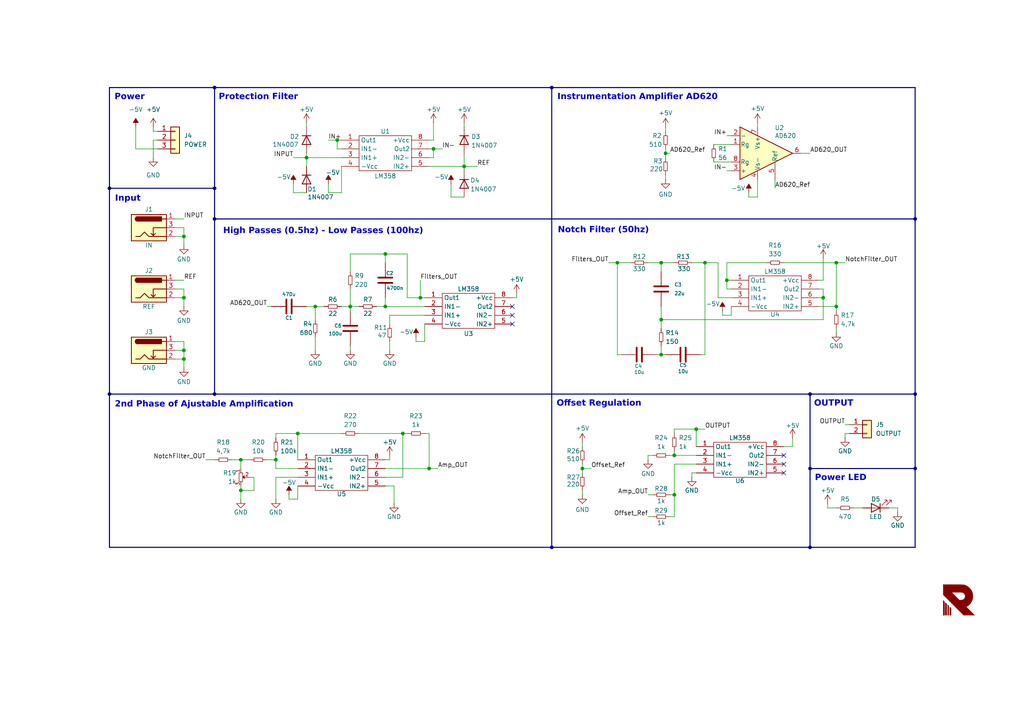
<source format=kicad_sch>
(kicad_sch (version 20231120) (generator "eeschema") (generator_version "8.0")
  (paper "A4")
  (title_block (title "Amplificador Electroencefalograma") (date "07-06-2025") (rev "v3.0") (company "E.E.S.T. N°5 \"2 de Abril\" Temperley") (comment 1 "Autor: Iván Romano") (comment 2 "Curso: 7mo 6ta") (comment 3 "Grupo: 2"))
  (lib_symbols
    (symbol "Amplifier_Instrumentation:AD620" (pin_names (offset 0.127))
      (property "Reference" "U" (at 3.81 7.62 0))
      (property "Value" "AD620" (at 5.08 5.08 0))
      (symbol "AD620_0_1"
        (polyline (pts (xy -7.62 7.62) (xy -7.62 -7.62) (xy 7.62 0) (xy -7.62 7.62)) (stroke (width 0.254)) (fill (type background)))
      )
      (symbol "AD620_1_1"
        (pin passive line (at -10.16 2.54 0) (length 2.54) (name "Rg") (number "1"))
        (pin input line (at -10.16 5.08 0) (length 2.54) (name "-") (number "2"))
        (pin input line (at -10.16 -5.08 0) (length 2.54) (name "+") (number "3"))
        (pin power_in line (at -2.54 -7.62 90) (length 2.54) (name "Vs-") (number "4"))
        (pin passive line (at 2.54 -7.62 90) (length 5.08) (name "Ref") (number "5"))
        (pin output line (at 10.16 0 180) (length 2.54) (name "~") (number "6"))
        (pin power_in line (at -2.54 7.62 270) (length 2.54) (name "Vs+") (number "7"))
        (pin passive line (at -10.16 -2.54 0) (length 2.54) (name "Rg") (number "8"))
      )
    )
    (symbol "Connector:Barrel_Jack_Switch" (pin_names hide)
      (property "Reference" "J" (at 0 5.334 0))
      (property "Value" "Barrel_Jack_Switch" (at 0 -5.08 0))
      (symbol "Barrel_Jack_Switch_0_1"
        (rectangle (start -5.08 3.81) (end 5.08 -3.81) (stroke (width 0.254)) (fill (type background)))
        (arc (start -3.302 3.175) (mid -3.9343 2.54) (end -3.302 1.905) (stroke (width 0.254)))
        (arc (start -3.302 3.175) (mid -3.9343 2.54) (end -3.302 1.905) (stroke (width 0.254)) (fill (type outline)))
        (polyline (pts (xy 1.27 -2.286) (xy 1.905 -1.651)) (stroke (width 0.254)))
        (polyline (pts (xy 5.08 2.54) (xy 3.81 2.54)) (stroke (width 0.254)))
        (polyline (pts (xy 5.08 0) (xy 1.27 0) (xy 1.27 -2.286) (xy 0.635 -1.651)) (stroke (width 0.254)))
        (polyline (pts (xy -3.81 -2.54) (xy -2.54 -2.54) (xy -1.27 -1.27) (xy 0 -2.54) (xy 2.54 -2.54) (xy 5.08 -2.54)) (stroke (width 0.254)))
        (rectangle (start 3.683 3.175) (end -3.302 1.905) (stroke (width 0.254)) (fill (type outline)))
      )
      (symbol "Barrel_Jack_Switch_1_1"
        (pin passive line (at 7.62 2.54 180) (length 2.54) (name "~") (number "1"))
        (pin passive line (at 7.62 -2.54 180) (length 2.54) (name "~") (number "2"))
        (pin passive line (at 7.62 0 180) (length 2.54) (name "~") (number "3"))
      )
    )
    (symbol "Connector_Generic:Conn_01x02" (pin_names (offset 1.016) hide)
      (property "Reference" "J" (at 0 2.54 0))
      (property "Value" "Conn_01x02" (at 0 -5.08 0))
      (symbol "Conn_01x02_1_1"
        (rectangle (start -1.27 -2.413) (end 0 -2.667) (stroke (width 0.1524)))
        (rectangle (start -1.27 0.127) (end 0 -0.127) (stroke (width 0.1524)))
        (rectangle (start -1.27 1.27) (end 1.27 -3.81) (stroke (width 0.254)) (fill (type background)))
        (pin passive line (at -5.08 0 0) (length 3.81) (name "Pin_1") (number "1"))
        (pin passive line (at -5.08 -2.54 0) (length 3.81) (name "Pin_2") (number "2"))
      )
    )
    (symbol "Connector_Generic:Conn_01x03" (pin_names (offset 1.016) hide)
      (property "Reference" "J" (at 0 5.08 0))
      (property "Value" "Conn_01x03" (at 0 -5.08 0))
      (symbol "Conn_01x03_1_1"
        (rectangle (start -1.27 -2.413) (end 0 -2.667) (stroke (width 0.1524)))
        (rectangle (start -1.27 0.127) (end 0 -0.127) (stroke (width 0.1524)))
        (rectangle (start -1.27 2.667) (end 0 2.413) (stroke (width 0.1524)))
        (rectangle (start -1.27 3.81) (end 1.27 -3.81) (stroke (width 0.254)) (fill (type background)))
        (pin passive line (at -5.08 2.54 0) (length 3.81) (name "Pin_1") (number "1"))
        (pin passive line (at -5.08 0 0) (length 3.81) (name "Pin_2") (number "2"))
        (pin passive line (at -5.08 -2.54 0) (length 3.81) (name "Pin_3") (number "3"))
      )
    )
    (symbol "Device:D" (pin_numbers hide) (pin_names (offset 1.016) hide)
      (property "Reference" "D" (at 0 2.54 0))
      (property "Value" "D" (at 0 -2.54 0))
      (symbol "D_0_1"
        (polyline (pts (xy -1.27 1.27) (xy -1.27 -1.27)) (stroke (width 0.254)))
        (polyline (pts (xy 1.27 0) (xy -1.27 0)))
        (polyline (pts (xy 1.27 1.27) (xy 1.27 -1.27) (xy -1.27 0) (xy 1.27 1.27)) (stroke (width 0.254)))
      )
      (symbol "D_1_1"
        (pin passive line (at -3.81 0 0) (length 2.54) (name "K") (number "1"))
        (pin passive line (at 3.81 0 180) (length 2.54) (name "A") (number "2"))
      )
    )
    (symbol "Device:LED" (pin_numbers hide) (pin_names (offset 1.016) hide)
      (property "Reference" "D" (at 0 2.54 0))
      (property "Value" "LED" (at 0 -2.54 0))
      (symbol "LED_0_1"
        (polyline (pts (xy -1.27 -1.27) (xy -1.27 1.27)) (stroke (width 0.254)))
        (polyline (pts (xy -1.27 0) (xy 1.27 0)))
        (polyline (pts (xy 1.27 -1.27) (xy 1.27 1.27) (xy -1.27 0) (xy 1.27 -1.27)) (stroke (width 0.254)))
        (polyline (pts (xy -3.048 -0.762) (xy -4.572 -2.286) (xy -3.81 -2.286) (xy -4.572 -2.286) (xy -4.572 -1.524)))
        (polyline (pts (xy -1.778 -0.762) (xy -3.302 -2.286) (xy -2.54 -2.286) (xy -3.302 -2.286) (xy -3.302 -1.524)))
      )
      (symbol "LED_1_1"
        (pin passive line (at -3.81 0 0) (length 2.54) (name "K") (number "1"))
        (pin passive line (at 3.81 0 180) (length 2.54) (name "A") (number "2"))
      )
    )
    (symbol "EESTN5:C" (pin_numbers hide) (pin_names (offset 0.254))
      (property "Reference" "C" (at 0 2.54 0))
      (property "Value" "C" (at 0.1524 -2.159 0))
      (symbol "C_0_1"
        (polyline (pts (xy -2.032 -0.762) (xy 2.032 -0.762)) (stroke (width 0.508)))
        (polyline (pts (xy -2.032 0.762) (xy 2.032 0.762)) (stroke (width 0.508)))
      )
      (symbol "C_1_1"
        (pin passive line (at 0 5.08 270) (length 4.318) (name "~") (number "1"))
        (pin passive line (at 0 -5.08 90) (length 4.318) (name "~") (number "2"))
      )
    )
    (symbol "EESTN5:POT" (pin_names (offset 1.016) hide)
      (property "Reference" "R" (at 0 -1.27 0))
      (property "Value" "POT" (at 0 -3.81 0))
      (symbol "POT_0_0"
        (rectangle (start -1.27 0.508) (end 1.27 -0.508))
      )
      (symbol "POT_0_1"
        (polyline (pts (xy 0 0.508) (xy -0.508 1.016) (xy 0.508 1.016)) (fill (type outline)))
      )
      (symbol "POT_1_1"
        (pin passive line (at -2.54 0 0) (length 1.27) (name "1") (number "1"))
        (pin passive line (at 0 2.54 270) (length 1.524) (name "2") (number "2"))
        (pin passive line (at 2.54 0 180) (length 1.27) (name "3") (number "3"))
      )
    )
    (symbol "EESTN5:R" (pin_numbers hide) (pin_names (offset 0))
      (property "Reference" "R" (at -1.27 0 90))
      (property "Value" "R" (at 1.27 0 90))
      (symbol "R_0_1"
        (rectangle (start 0.508 1.27) (end -0.508 -1.27))
      )
      (symbol "R_1_1"
        (pin passive line (at 0 2.54 270) (length 1.27) (name "~") (number "1"))
        (pin passive line (at 0 -2.54 90) (length 1.27) (name "~") (number "2"))
      )
    )
    (symbol "Logo_Romano:LM385"
      (property "Reference" "U" (at 0 6.35 0))
      (symbol "LM385_0_1"
        (rectangle (start -7.62 5.08) (end 7.62 -5.08))
      )
      (symbol "LM385_1_1"
        (pin passive line (at -12.7 3.81 0) (length 5.08) (name "Out1") (number "1"))
        (pin passive line (at -12.7 1.27 0) (length 5.08) (name "IN1-") (number "2"))
        (pin passive line (at -12.7 -1.27 0) (length 5.08) (name "IN1+") (number "3"))
        (pin passive line (at -12.7 -3.81 0) (length 5.08) (name "-Vcc") (number "4"))
        (pin passive line (at 12.7 -3.81 180) (length 5.08) (name "IN2+") (number "5"))
        (pin passive line (at 12.7 -1.27 180) (length 5.08) (name "IN2-") (number "6"))
        (pin passive line (at 12.7 1.27 180) (length 5.08) (name "Out2") (number "7"))
        (pin passive line (at 12.7 3.81 180) (length 5.08) (name "+Vcc") (number "8"))
      )
    )
    (symbol "Logo_Romano:LOGO" (pin_names (offset 1.016))
      (symbol "LOGO_0_0"
        (polyline (pts (xy -4.1685 -2.5003) (xy -4.1685 -0.5542) (xy -4.3615 -0.3466) (xy -4.5545 -0.139) (xy -4.556 -2.2927) (xy -4.5575 -4.4464) (xy -4.363 -4.4464) (xy -4.1685 -4.4464) (xy -4.1685 -2.5003)) (stroke (width 0.01)) (fill (type outline)))
        (polyline (pts (xy -2.9457 -3.0951) (xy -2.9457 -1.7438) (xy -3.1125 -1.5841) (xy -3.2792 -1.4243) (xy -3.2792 -2.9354) (xy -3.2792 -4.4464) (xy -3.1125 -4.4464) (xy -2.9457 -4.4464) (xy -2.9457 -3.0951)) (stroke (width 0.01)) (fill (type outline)))
        (polyline (pts (xy -2.2788 -3.4351) (xy -2.2788 -2.4238) (xy -2.4281 -2.2679) (xy -2.4559 -2.2397) (xy -2.5585 -2.1487) (xy -2.6226 -2.1121) (xy -2.6271 -2.1178) (xy -2.6401 -2.2033) (xy -2.6513 -2.3784) (xy -2.6601 -2.6269) (xy -2.6658 -2.9326) (xy -2.6678 -3.2792) (xy -2.6678 -4.4464) (xy -2.4733 -4.4464) (xy -2.2788 -4.4464) (xy -2.2788 -3.4351)) (stroke (width 0.01)) (fill (type outline)))
        (polyline (pts (xy -3.5571 -2.7894) (xy -3.5571 -1.1324) (xy -3.713 -0.9831) (xy -3.7423 -0.9556) (xy -3.8462 -0.8688) (xy -3.9075 -0.8337) (xy -3.9134 -0.8548) (xy -3.9222 -0.971) (xy -3.9301 -1.1771) (xy -3.9367 -1.4601) (xy -3.9418 -1.807) (xy -3.945 -2.2046) (xy -3.9462 -2.6401) (xy -3.9462 -4.4464) (xy -3.7516 -4.4464) (xy -3.5571 -4.4464) (xy -3.5571 -2.7894)) (stroke (width 0.01)) (fill (type outline)))
        (polyline (pts (xy 3.3482 -3.2649) (xy 3.2393 -3.1557) (xy 2.952 -2.8664) (xy 2.6953 -2.6059) (xy 2.4789 -2.384) (xy 2.3124 -2.2108) (xy 2.2054 -2.0962) (xy 2.1676 -2.05) (xy 2.1677 -2.0493) (xy 2.2143 -2.0041) (xy 2.3311 -1.9203) (xy 2.4936 -1.8155) (xy 2.8231 -1.5742) (xy 3.2013 -1.1988) (xy 3.5323 -0.7604) (xy 3.7969 -0.2856) (xy 3.9758 0.1996) (xy 4.027 0.4687) (xy 4.0577 0.8372) (xy 4.0593 1.2303) (xy 4.0317 1.6044) (xy 3.975 1.9156) (xy 3.8444 2.3152) (xy 3.6547 2.7049) (xy 3.3987 3.0721) (xy 3.0577 3.4483) (xy 2.9277 3.576) (xy 2.6714 3.8053) (xy 2.4407 3.9739) (xy 2.2087 4.1022) (xy 2.2002 4.1062) (xy 2.0464 4.1787) (xy 1.9068 4.2401) (xy 1.771 4.2913) (xy 1.6284 4.3333) (xy 1.4687 4.3669) (xy 1.2815 4.3931) (xy 1.0562 4.4128) (xy 0.7825 4.4269) (xy 0.4498 4.4364) (xy 0.0478 4.4421) (xy -0.4341 4.4451) (xy -1.0062 4.4462) (xy -1.6791 4.4464) (xy -4.5575 4.4464) (xy -4.5573 2.9596) (xy -4.5572 2.1676) (xy -2.0832 2.1676) (xy -0.5501 2.1676) (xy -0.1507 2.1674) (xy 0.2179 2.1661) (xy 0.5019 2.1626) (xy 0.7156 2.1559) (xy 0.8733 2.145) (xy 0.9891 2.1288) (xy 1.0773 2.1063) (xy 1.1522 2.0764) (xy 1.2279 2.0382) (xy 1.2801 2.0088) (xy 1.5288 1.8016) (xy 1.6978 1.5397) (xy 1.7863 1.2437) (xy 1.7931 0.9339) (xy 1.7175 0.6307) (xy 1.5585 0.3545) (xy 1.3151 0.1258) (xy 1.2908 0.1092) (xy 1.1667 0.0369) (xy 1.0362 -0.0072) (xy 0.8643 -0.0317) (xy 0.6163 -0.0452) (xy 0.139 -0.0626) (xy -0.9721 1.0525) (xy -2.0832 2.1676) (xy -4.5572 2.1676) (xy -4.5571 1.4728) (xy -1.5995 -1.4868) (xy 1.358 -4.4464) (xy 2.9434 -4.4464) (xy 4.5288 -4.4464) (xy 3.3482 -3.2649)) (stroke (width 0.01)) (fill (type outline)))
      )
    )
    (symbol "power:+5V" (power) (pin_numbers hide) (pin_names (offset 0) hide)
      (property "Value" "+5V" (at 0 3.556 0))
      (symbol "+5V_0_1"
        (polyline (pts (xy -0.762 1.27) (xy 0 2.54)))
        (polyline (pts (xy 0 0) (xy 0 2.54)))
        (polyline (pts (xy 0 2.54) (xy 0.762 1.27)))
      )
      (symbol "+5V_1_1"
        (pin power_in line (at 0 0 90) (length 0) (name "~") (number "1"))
      )
    )
    (symbol "power:-5V" (power) (pin_numbers hide) (pin_names (offset 0) hide)
      (property "Value" "-5V" (at 0 3.556 0))
      (symbol "-5V_0_0"
        (pin power_in line (at 0 0 90) (length 0) (name "~") (number "1"))
      )
      (symbol "-5V_0_1"
        (polyline (pts (xy 0 0) (xy 0 1.27) (xy 0.762 1.27) (xy 0 2.54) (xy -0.762 1.27) (xy 0 1.27)) (fill (type outline)))
      )
    )
    (symbol "power:GND" (power) (pin_numbers hide) (pin_names (offset 0) hide)
      (property "Value" "GND" (at 0 -3.81 0))
      (symbol "GND_0_1"
        (polyline (pts (xy 0 0) (xy 0 -1.27) (xy 1.27 -1.27) (xy 0 -2.54) (xy -1.27 -1.27) (xy 0 -1.27)))
      )
      (symbol "GND_1_1"
        (pin power_in line (at 0 0 270) (length 0) (name "~") (number "1"))
      )
    )
  )
  (junction (at 111.76 88.9))
  (junction (at 53.34 86.36))
  (junction (at 116.84 125.73))
  (junction (at 62.23 25.4))
  (junction (at 204.47 76.2))
  (junction (at 238.76 86.36))
  (junction (at 53.34 101.6))
  (junction (at 97.79 40.64))
  (junction (at 160.02 158.75))
  (junction (at 124.46 135.89))
  (junction (at 195.58 143.51))
  (junction (at 160.02 25.4))
  (junction (at 191.77 92.71))
  (junction (at 91.44 88.9))
  (junction (at 191.77 102.87))
  (junction (at 53.34 68.58))
  (junction (at 195.58 132.08))
  (junction (at 69.85 142.24))
  (junction (at 53.34 104.14))
  (junction (at 234.95 135.89))
  (junction (at 80.01 133.35))
  (junction (at 191.77 76.2))
  (junction (at 31.75 114.3))
  (junction (at 31.75 54.61))
  (junction (at 193.04 44.45))
  (junction (at 86.36 125.73))
  (junction (at 265.43 135.89))
  (junction (at 168.91 135.89))
  (junction (at 134.62 48.26))
  (junction (at 242.57 76.2))
  (junction (at 121.92 86.36))
  (junction (at 265.43 63.5))
  (junction (at 210.82 81.28))
  (junction (at 234.95 158.75))
  (junction (at 88.9 45.72))
  (junction (at 111.76 73.66))
  (junction (at 265.43 114.3))
  (junction (at 62.23 63.5))
  (junction (at 234.95 114.3))
  (junction (at 69.85 133.35))
  (junction (at 179.07 76.2))
  (junction (at 101.6 88.9))
  (junction (at 242.57 88.9))
  (junction (at 62.23 54.61))
  (junction (at 201.93 124.46))
  (junction (at 125.73 43.18))
  (junction (at 62.23 114.3))
  (no_connect (at 227.33 132.08))
  (no_connect (at 148.59 88.9))
  (no_connect (at 227.33 137.16))
  (no_connect (at 148.59 93.98))
  (no_connect (at 227.33 134.62))
  (no_connect (at 148.59 91.44))
  (wire (pts (xy 101.6 83.82) (xy 101.6 88.9)))
  (wire (pts (xy 80.01 127) (xy 80.01 125.73)))
  (wire (pts (xy 116.84 125.73) (xy 118.11 125.73)))
  (wire (pts (xy 114.3 140.97) (xy 111.76 140.97)))
  (wire (pts (xy 69.85 133.35) (xy 72.39 133.35)))
  (wire (pts (xy 101.6 100.33) (xy 101.6 101.6)))
  (wire (pts (xy 120.65 99.06) (xy 123.19 99.06)))
  (wire (pts (xy 124.46 45.72) (xy 125.73 45.72)))
  (wire (pts (xy 53.34 101.6) (xy 53.34 99.06)))
  (wire (pts (xy 176.53 76.2) (xy 179.07 76.2)))
  (wire (pts (xy 80.01 144.78) (xy 80.01 138.43)))
  (wire (pts (xy 53.34 83.82) (xy 50.8 83.82)))
  (wire (pts (xy 114.3 146.05) (xy 114.3 140.97)))
  (wire (pts (xy 53.34 99.06) (xy 50.8 99.06)))
  (wire (pts (xy 124.46 40.64) (xy 125.73 40.64)))
  (wire (pts (xy 50.8 63.5) (xy 53.34 63.5)))
  (wire (pts (xy 245.11 123.19) (xy 246.38 123.19)))
  (wire (pts (xy 85.09 45.72) (xy 88.9 45.72)))
  (wire (pts (xy 191.77 76.2) (xy 195.58 76.2)))
  (wire (pts (xy 180.34 102.87) (xy 179.07 102.87)))
  (wire (pts (xy 95.25 53.34) (xy 95.25 55.88)))
  (bus (pts (xy 31.75 158.75) (xy 160.02 158.75)))
  (wire (pts (xy 80.01 138.43) (xy 86.36 138.43)))
  (wire (pts (xy 210.82 81.28) (xy 210.82 76.2)))
  (wire (pts (xy 179.07 76.2) (xy 179.07 102.87)))
  (bus (pts (xy 62.23 25.4) (xy 62.23 54.61)))
  (wire (pts (xy 59.69 133.35) (xy 62.23 133.35)))
  (wire (pts (xy 193.04 36.83) (xy 193.04 38.1)))
  (wire (pts (xy 101.6 73.66) (xy 101.6 78.74)))
  (bus (pts (xy 265.43 158.75) (xy 265.43 135.89)))
  (wire (pts (xy 238.76 74.93) (xy 238.76 81.28)))
  (bus (pts (xy 31.75 114.3) (xy 31.75 158.75)))
  (wire (pts (xy 247.65 147.32) (xy 250.19 147.32)))
  (wire (pts (xy 125.73 45.72) (xy 125.73 43.18)))
  (wire (pts (xy 99.06 88.9) (xy 101.6 88.9)))
  (bus (pts (xy 160.02 25.4) (xy 265.43 25.4)))
  (bus (pts (xy 31.75 54.61) (xy 62.23 54.61)))
  (bus (pts (xy 62.23 63.5) (xy 62.23 114.3)))
  (wire (pts (xy 168.91 128.27) (xy 168.91 129.54)))
  (bus (pts (xy 31.75 25.4) (xy 62.23 25.4)))
  (wire (pts (xy 187.96 76.2) (xy 191.77 76.2)))
  (wire (pts (xy 80.01 132.08) (xy 80.01 133.35)))
  (wire (pts (xy 245.11 127) (xy 245.11 125.73)))
  (wire (pts (xy 77.47 133.35) (xy 80.01 133.35)))
  (bus (pts (xy 265.43 135.89) (xy 265.43 114.3)))
  (wire (pts (xy 168.91 142.24) (xy 168.91 143.51)))
  (wire (pts (xy 86.36 125.73) (xy 99.06 125.73)))
  (wire (pts (xy 125.73 40.64) (xy 125.73 35.56)))
  (wire (pts (xy 191.77 88.9) (xy 191.77 92.71)))
  (wire (pts (xy 50.8 104.14) (xy 53.34 104.14)))
  (bus (pts (xy 265.43 63.5) (xy 265.43 25.4)))
  (wire (pts (xy 67.31 133.35) (xy 69.85 133.35)))
  (wire (pts (xy 118.11 86.36) (xy 121.92 86.36)))
  (wire (pts (xy 210.82 83.82) (xy 210.82 81.28)))
  (wire (pts (xy 232.41 44.45) (xy 234.95 44.45)))
  (wire (pts (xy 189.23 132.08) (xy 187.96 132.08)))
  (wire (pts (xy 229.87 129.54) (xy 227.33 129.54)))
  (wire (pts (xy 111.76 73.66) (xy 118.11 73.66)))
  (wire (pts (xy 44.45 36.83) (xy 44.45 38.1)))
  (wire (pts (xy 210.82 76.2) (xy 222.25 76.2)))
  (wire (pts (xy 124.46 135.89) (xy 127 135.89)))
  (wire (pts (xy 210.82 39.37) (xy 212.09 39.37)))
  (wire (pts (xy 123.19 125.73) (xy 124.46 125.73)))
  (wire (pts (xy 242.57 88.9) (xy 242.57 90.17)))
  (wire (pts (xy 210.82 81.28) (xy 212.09 81.28)))
  (wire (pts (xy 134.62 44.45) (xy 134.62 48.26)))
  (wire (pts (xy 124.46 125.73) (xy 124.46 135.89)))
  (wire (pts (xy 50.8 101.6) (xy 53.34 101.6)))
  (wire (pts (xy 91.44 88.9) (xy 91.44 92.71)))
  (wire (pts (xy 44.45 40.64) (xy 45.72 40.64)))
  (wire (pts (xy 201.93 124.46) (xy 201.93 129.54)))
  (wire (pts (xy 121.92 86.36) (xy 123.19 86.36)))
  (wire (pts (xy 101.6 73.66) (xy 111.76 73.66)))
  (wire (pts (xy 134.62 48.26) (xy 138.43 48.26)))
  (wire (pts (xy 130.81 57.15) (xy 134.62 57.15)))
  (wire (pts (xy 80.01 133.35) (xy 80.01 135.89)))
  (wire (pts (xy 86.36 144.78) (xy 86.36 140.97)))
  (wire (pts (xy 237.49 86.36) (xy 238.76 86.36)))
  (wire (pts (xy 149.86 86.36) (xy 148.59 86.36)))
  (wire (pts (xy 53.34 106.68) (xy 53.34 104.14)))
  (wire (pts (xy 53.34 104.14) (xy 53.34 101.6)))
  (wire (pts (xy 130.81 53.34) (xy 130.81 57.15)))
  (wire (pts (xy 95.25 40.64) (xy 97.79 40.64)))
  (wire (pts (xy 194.31 132.08) (xy 195.58 132.08)))
  (wire (pts (xy 53.34 66.04) (xy 50.8 66.04)))
  (wire (pts (xy 53.34 88.9) (xy 53.34 86.36)))
  (wire (pts (xy 242.57 95.25) (xy 242.57 96.52)))
  (wire (pts (xy 195.58 125.73) (xy 195.58 124.46)))
  (wire (pts (xy 88.9 44.45) (xy 88.9 45.72)))
  (wire (pts (xy 190.5 102.87) (xy 191.77 102.87)))
  (bus (pts (xy 62.23 54.61) (xy 62.23 63.5)))
  (wire (pts (xy 91.44 88.9) (xy 93.98 88.9)))
  (wire (pts (xy 200.66 76.2) (xy 204.47 76.2)))
  (wire (pts (xy 193.04 50.8) (xy 193.04 52.07)))
  (wire (pts (xy 111.76 86.36) (xy 111.76 88.9)))
  (wire (pts (xy 242.57 76.2) (xy 242.57 88.9)))
  (wire (pts (xy 217.17 55.88) (xy 217.17 57.15)))
  (wire (pts (xy 116.84 125.73) (xy 116.84 138.43)))
  (wire (pts (xy 240.03 147.32) (xy 242.57 147.32)))
  (wire (pts (xy 39.37 36.83) (xy 39.37 43.18)))
  (bus (pts (xy 160.02 25.4) (xy 160.02 158.75)))
  (wire (pts (xy 97.79 43.18) (xy 97.79 40.64)))
  (bus (pts (xy 160.02 158.75) (xy 234.95 158.75)))
  (wire (pts (xy 111.76 73.66) (xy 111.76 76.2)))
  (wire (pts (xy 212.09 83.82) (xy 210.82 83.82)))
  (wire (pts (xy 88.9 88.9) (xy 91.44 88.9)))
  (wire (pts (xy 83.82 144.78) (xy 86.36 144.78)))
  (wire (pts (xy 123.19 99.06) (xy 123.19 93.98)))
  (bus (pts (xy 234.95 135.89) (xy 234.95 158.75)))
  (wire (pts (xy 191.77 100.33) (xy 191.77 102.87)))
  (wire (pts (xy 187.96 143.51) (xy 189.23 143.51)))
  (wire (pts (xy 194.31 143.51) (xy 195.58 143.51)))
  (wire (pts (xy 104.14 88.9) (xy 101.6 88.9)))
  (wire (pts (xy 191.77 92.71) (xy 238.76 92.71)))
  (wire (pts (xy 50.8 86.36) (xy 53.34 86.36)))
  (wire (pts (xy 260.35 147.32) (xy 260.35 148.59)))
  (wire (pts (xy 201.93 124.46) (xy 204.47 124.46)))
  (wire (pts (xy 149.86 85.09) (xy 149.86 86.36)))
  (wire (pts (xy 85.09 55.88) (xy 88.9 55.88)))
  (wire (pts (xy 80.01 135.89) (xy 86.36 135.89)))
  (bus (pts (xy 234.95 114.3) (xy 265.43 114.3)))
  (wire (pts (xy 77.47 88.9) (xy 78.74 88.9)))
  (wire (pts (xy 124.46 135.89) (xy 111.76 135.89)))
  (wire (pts (xy 195.58 134.62) (xy 201.93 134.62)))
  (wire (pts (xy 113.03 133.35) (xy 111.76 133.35)))
  (wire (pts (xy 224.79 52.07) (xy 224.79 54.61)))
  (wire (pts (xy 195.58 143.51) (xy 195.58 134.62)))
  (wire (pts (xy 50.8 68.58) (xy 53.34 68.58)))
  (wire (pts (xy 237.49 88.9) (xy 242.57 88.9)))
  (bus (pts (xy 234.95 135.89) (xy 265.43 135.89)))
  (wire (pts (xy 109.22 88.9) (xy 111.76 88.9)))
  (bus (pts (xy 62.23 25.4) (xy 160.02 25.4)))
  (wire (pts (xy 95.25 55.88) (xy 99.06 55.88)))
  (bus (pts (xy 234.95 114.3) (xy 234.95 135.89)))
  (bus (pts (xy 234.95 158.75) (xy 265.43 158.75)))
  (bus (pts (xy 31.75 25.4) (xy 31.75 54.61)))
  (bus (pts (xy 62.23 114.3) (xy 234.95 114.3)))
  (wire (pts (xy 245.11 125.73) (xy 246.38 125.73)))
  (wire (pts (xy 73.66 142.24) (xy 69.85 142.24)))
  (wire (pts (xy 39.37 43.18) (xy 45.72 43.18)))
  (wire (pts (xy 113.03 91.44) (xy 123.19 91.44)))
  (wire (pts (xy 50.8 81.28) (xy 53.34 81.28)))
  (wire (pts (xy 191.77 102.87) (xy 193.04 102.87)))
  (wire (pts (xy 168.91 134.62) (xy 168.91 135.89)))
  (wire (pts (xy 99.06 43.18) (xy 97.79 43.18)))
  (wire (pts (xy 193.04 44.45) (xy 193.04 45.72)))
  (wire (pts (xy 240.03 146.05) (xy 240.03 147.32)))
  (wire (pts (xy 73.66 138.43) (xy 73.66 142.24)))
  (wire (pts (xy 204.47 76.2) (xy 204.47 102.87)))
  (wire (pts (xy 124.46 48.26) (xy 134.62 48.26)))
  (wire (pts (xy 212.09 91.44) (xy 212.09 88.9)))
  (wire (pts (xy 209.55 91.44) (xy 212.09 91.44)))
  (wire (pts (xy 88.9 45.72) (xy 88.9 48.26)))
  (bus (pts (xy 31.75 54.61) (xy 31.75 114.3)))
  (wire (pts (xy 219.71 57.15) (xy 219.71 52.07)))
  (bus (pts (xy 265.43 114.3) (xy 265.43 63.5)))
  (wire (pts (xy 44.45 45.72) (xy 44.45 40.64)))
  (wire (pts (xy 120.65 97.79) (xy 120.65 99.06)))
  (wire (pts (xy 237.49 83.82) (xy 238.76 83.82)))
  (wire (pts (xy 124.46 43.18) (xy 125.73 43.18)))
  (wire (pts (xy 113.03 99.06) (xy 113.03 101.6)))
  (wire (pts (xy 101.6 88.9) (xy 101.6 90.17)))
  (wire (pts (xy 191.77 76.2) (xy 191.77 78.74)))
  (wire (pts (xy 191.77 95.25) (xy 191.77 92.71)))
  (wire (pts (xy 69.85 140.97) (xy 69.85 142.24)))
  (wire (pts (xy 193.04 43.18) (xy 193.04 44.45)))
  (wire (pts (xy 104.14 125.73) (xy 116.84 125.73)))
  (wire (pts (xy 194.31 149.86) (xy 195.58 149.86)))
  (wire (pts (xy 210.82 49.53) (xy 212.09 49.53)))
  (wire (pts (xy 168.91 135.89) (xy 168.91 137.16)))
  (wire (pts (xy 217.17 57.15) (xy 219.71 57.15)))
  (wire (pts (xy 227.33 76.2) (xy 242.57 76.2)))
  (wire (pts (xy 195.58 132.08) (xy 201.93 132.08)))
  (wire (pts (xy 121.92 81.28) (xy 121.92 86.36)))
  (bus (pts (xy 31.75 114.3) (xy 62.23 114.3)))
  (wire (pts (xy 168.91 135.89) (xy 171.45 135.89)))
  (wire (pts (xy 193.04 44.45) (xy 194.31 44.45)))
  (wire (pts (xy 91.44 97.79) (xy 91.44 101.6)))
  (wire (pts (xy 203.2 102.87) (xy 204.47 102.87)))
  (wire (pts (xy 229.87 127) (xy 229.87 129.54)))
  (wire (pts (xy 187.96 149.86) (xy 189.23 149.86)))
  (wire (pts (xy 111.76 88.9) (xy 123.19 88.9)))
  (wire (pts (xy 238.76 92.71) (xy 238.76 86.36)))
  (wire (pts (xy 195.58 130.81) (xy 195.58 132.08)))
  (wire (pts (xy 86.36 125.73) (xy 86.36 133.35)))
  (wire (pts (xy 113.03 93.98) (xy 113.03 91.44)))
  (wire (pts (xy 118.11 73.66) (xy 118.11 86.36)))
  (wire (pts (xy 187.96 132.08) (xy 187.96 133.35)))
  (wire (pts (xy 88.9 45.72) (xy 99.06 45.72)))
  (wire (pts (xy 195.58 143.51) (xy 195.58 149.86)))
  (wire (pts (xy 257.81 147.32) (xy 260.35 147.32)))
  (wire (pts (xy 83.82 143.51) (xy 83.82 144.78)))
  (wire (pts (xy 219.71 35.56) (xy 219.71 36.83)))
  (wire (pts (xy 179.07 76.2) (xy 182.88 76.2)))
  (wire (pts (xy 99.06 55.88) (xy 99.06 48.26)))
  (wire (pts (xy 88.9 35.56) (xy 88.9 36.83)))
  (wire (pts (xy 207.01 41.91) (xy 212.09 41.91)))
  (wire (pts (xy 209.55 90.17) (xy 209.55 91.44)))
  (wire (pts (xy 195.58 124.46) (xy 201.93 124.46)))
  (wire (pts (xy 80.01 125.73) (xy 86.36 125.73)))
  (wire (pts (xy 53.34 71.12) (xy 53.34 68.58)))
  (wire (pts (xy 208.28 86.36) (xy 212.09 86.36)))
  (wire (pts (xy 113.03 132.08) (xy 113.03 133.35)))
  (wire (pts (xy 53.34 68.58) (xy 53.34 66.04)))
  (wire (pts (xy 134.62 48.26) (xy 134.62 49.53)))
  (wire (pts (xy 85.09 53.34) (xy 85.09 55.88)))
  (wire (pts (xy 204.47 76.2) (xy 208.28 76.2)))
  (wire (pts (xy 207.01 46.99) (xy 212.09 46.99)))
  (wire (pts (xy 208.28 76.2) (xy 208.28 86.36)))
  (wire (pts (xy 238.76 81.28) (xy 237.49 81.28)))
  (wire (pts (xy 69.85 142.24) (xy 69.85 144.78)))
  (wire (pts (xy 242.57 76.2) (xy 245.11 76.2)))
  (wire (pts (xy 200.66 137.16) (xy 201.93 137.16)))
  (wire (pts (xy 69.85 133.35) (xy 69.85 135.89)))
  (wire (pts (xy 238.76 86.36) (xy 238.76 83.82)))
  (wire (pts (xy 116.84 138.43) (xy 111.76 138.43)))
  (wire (pts (xy 200.66 138.43) (xy 200.66 137.16)))
  (wire (pts (xy 134.62 35.56) (xy 134.62 36.83)))
  (bus (pts (xy 62.23 63.5) (xy 265.43 63.5)))
  (wire (pts (xy 125.73 43.18) (xy 128.27 43.18)))
  (wire (pts (xy 44.45 38.1) (xy 45.72 38.1)))
  (wire (pts (xy 72.39 138.43) (xy 73.66 138.43)))
  (wire (pts (xy 97.79 40.64) (xy 99.06 40.64)))
  (wire (pts (xy 53.34 86.36) (xy 53.34 83.82)))
  (text "Offset Regulation" (at 173.736 117.602 0) (effects (font (size 1.778 1.778) (thickness 0.254) (bold yes))))
  (text "OUTPUT" (at 241.808 117.602 0) (effects (font (size 1.778 1.778) (thickness 0.254) (bold yes))))
  (text "2nd Phase of Ajustable Amplification" (at 59.182 117.856 0) (effects (font (size 1.778 1.778) (thickness 0.254) (bold yes))))
  (text "Power LED" (at 243.84 139.192 0) (effects (font (size 1.778 1.778) (bold yes))))
  (text "High Passes (0.5hz) - Low Passes (100hz)" (at 93.726 67.564 0) (effects (font (size 1.778 1.778) (thickness 0.254) (bold yes))))
  (text "Instrumentation Amplifier AD620\n" (at 184.912 28.702 0) (effects (font (size 1.778 1.778) (thickness 0.254) (bold yes))))
  (text "Protection Filter" (at 74.93 28.702 0) (effects (font (size 1.778 1.778) (bold yes))))
  (text "Power" (at 37.592 28.702 0) (effects (font (size 1.778 1.778) (bold yes))))
  (text "Notch Filter (50hz)" (at 175.006 67.31 0) (effects (font (size 1.778 1.778) (thickness 0.254) (bold yes))))
  (text "Input" (at 37.084 58.166 0) (effects (font (size 1.778 1.778) (bold yes))))
  (label "Filters_OUT" (at 176.53 76.2 180))
  (label "IN+" (at 95.25 40.64 0))
  (label "NotchFilter_OUT" (at 245.11 76.2 0))
  (label "OUTPUT" (at 245.11 123.19 180))
  (label "IN+" (at 210.82 39.37 180))
  (label "NotchFilter_OUT" (at 59.69 133.35 180))
  (label "INPUT" (at 85.09 45.72 180))
  (label "IN-" (at 128.27 43.18 0))
  (label "Filters_OUT" (at 121.92 81.28 0))
  (label "AD620_OUT" (at 77.47 88.9 180))
  (label "Offset_Ref" (at 171.45 135.89 0))
  (label "REF" (at 53.34 81.28 0))
  (label "Offset_Ref" (at 187.96 149.86 180))
  (label "Amp_OUT" (at 127 135.89 0))
  (label "REF" (at 138.43 48.26 0))
  (label "Amp_OUT" (at 187.96 143.51 180))
  (label "IN-" (at 210.82 49.53 180))
  (label "AD620_OUT" (at 234.95 44.45 0))
  (label "INPUT" (at 53.34 63.5 0))
  (label "OUTPUT" (at 204.47 124.46 0))
  (label "AD620_Ref" (at 194.31 44.45 0))
  (label "AD620_Ref" (at 224.79 54.61 0))
  (symbol (lib_id "Device:D") (at 88.9 52.07 270) (unit 1)
    (property "Reference" "D1" (at 89.154 54.864 90) (effects (justify left)))
    (property "Value" "1N4007" (at 89.154 57.15 90) (effects (justify left)))
    (property "Footprint" "EESTN5:DO-41" (effects (hide yes)))
    (property "Description" "Diode" (effects (hide yes)))
    (property "Sim.Device" "D" (effects (hide yes)))
    (property "Sim.Pins" "1=K 2=A" (effects (hide yes)))
  )
  (symbol (lib_id "power:+5V") (at 219.71 35.56 0) (unit 1)
    (property "Reference" "#PWR013" (effects (hide yes)))
    (property "Value" "+5V" (at 219.71 31.496 0))
    (property "Description" "Power symbol creates a global label with name \"+5V\"" (effects (hide yes)))
  )
  (symbol (lib_id "Logo_Romano:LM385") (at 111.76 44.45 0) (unit 1)
    (property "Reference" "U1" (at 111.76 38.1 0))
    (property "Value" "LM358" (at 111.76 51.054 0))
    (property "Footprint" "EESTN5:SSOP-8" (effects (hide yes)))
  )
  (symbol (lib_id "power:+5V") (at 134.62 35.56 0) (unit 1)
    (property "Reference" "#PWR010" (effects (hide yes)))
    (property "Value" "+5V" (at 134.62 31.75 0))
    (property "Description" "Power symbol creates a global label with name \"+5V\"" (effects (hide yes)))
  )
  (symbol (lib_id "EESTN5:R") (at 193.04 40.64 0) (unit 1)
    (property "Reference" "R2" (at 189.23 39.37 0) (effects (justify left)))
    (property "Value" "510" (at 188.214 41.91 0) (effects (justify left)))
    (property "Footprint" "EESTN5:R_0805" (effects (hide yes)))
    (property "Description" "Resistor" (effects (hide yes)))
  )
  (symbol (lib_id "EESTN5:R") (at 191.77 143.51 90) (unit 1)
    (property "Reference" "R28" (at 191.77 141.732 90))
    (property "Value" "1k" (at 191.77 145.288 90))
    (property "Footprint" "EESTN5:R_0805" (effects (hide yes)))
    (property "Description" "Resistor" (effects (hide yes)))
  )
  (symbol (lib_id "power:-5V") (at 39.37 36.83 0) (unit 1)
    (property "Reference" "#PWR05" (effects (hide yes)))
    (property "Value" "-5V" (at 39.37 31.75 0))
    (property "Description" "Power symbol creates a global label with name \"-5V\"" (effects (hide yes)))
  )
  (symbol (lib_id "power:GND") (at 113.03 101.6 0) (unit 1)
    (property "Reference" "#PWR020" (effects (hide yes)))
    (property "Value" "GND" (at 113.03 105.41 0))
    (property "Description" "Power symbol creates a global label with name \"GND\" , ground" (effects (hide yes)))
  )
  (symbol (lib_id "EESTN5:R") (at 224.79 76.2 90) (unit 1)
    (property "Reference" "R16" (at 224.79 71.12 90))
    (property "Value" "330" (at 224.79 73.66 90))
    (property "Footprint" "EESTN5:R_0805" (effects (hide yes)))
    (property "Description" "Resistor" (effects (hide yes)))
  )
  (symbol (lib_id "Connector_Generic:Conn_01x03") (at 50.8 40.64 0) (unit 1)
    (property "Reference" "J4" (at 53.34 39.3699 0) (effects (justify left)))
    (property "Value" "POWER" (at 53.34 41.9099 0) (effects (justify left)))
    (property "Footprint" "Connector_Molex:Molex_KK-254_AE-6410-03A_1x03_P2.54mm_Vertical" (effects (hide yes)))
    (property "Description" "Generic connector, single row, 01x03, script generated (kicad-library-utils/schlib/autogen/connector/)" (effects (hide yes)))
  )
  (symbol (lib_id "Device:LED") (at 254 147.32 180) (unit 1)
    (property "Reference" "D5" (at 254 144.78 0))
    (property "Value" "LED" (at 254 149.86 0))
    (property "Footprint" "EESTN5:Led_0805" (effects (hide yes)))
    (property "Description" "Light emitting diode" (effects (hide yes)))
  )
  (symbol (lib_id "EESTN5:C") (at 101.6 95.25 0) (unit 1)
    (property "Reference" "C6" (at 98.044 94.488 0) (effects (font (size 1.016 1.016))))
    (property "Value" "100u" (at 97.282 96.774 0) (effects (font (size 1.016 1.016))))
    (property "Footprint" "EESTN5:C_0805" (effects (hide yes)))
  )
  (symbol (lib_id "power:GND") (at 53.34 106.68 0) (unit 1)
    (property "Reference" "#PWR01" (effects (hide yes)))
    (property "Value" "GND" (at 53.34 110.744 0))
    (property "Description" "Power symbol creates a global label with name \"GND\" , ground" (effects (hide yes)))
  )
  (symbol (lib_id "EESTN5:R") (at 113.03 96.52 180) (unit 1)
    (property "Reference" "R11" (at 108.458 94.996 0) (effects (justify right)))
    (property "Value" "47" (at 109.474 97.282 0) (effects (justify right)))
    (property "Footprint" "EESTN5:R_0805" (effects (hide yes)))
    (property "Description" "Resistor" (effects (hide yes)))
  )
  (symbol (lib_id "power:GND") (at 200.66 138.43 0) (unit 1)
    (property "Reference" "#PWR032" (effects (hide yes)))
    (property "Value" "GND" (at 200.66 142.24 0))
    (property "Description" "Power symbol creates a global label with name \"GND\" , ground" (effects (hide yes)))
  )
  (symbol (lib_id "EESTN5:R") (at 191.77 132.08 90) (unit 1)
    (property "Reference" "R24" (at 191.77 127 90))
    (property "Value" "1k" (at 191.77 129.54 90))
    (property "Footprint" "EESTN5:R_0805" (effects (hide yes)))
    (property "Description" "Resistor" (effects (hide yes)))
  )
  (symbol (lib_id "EESTN5:R") (at 96.52 88.9 90) (unit 1)
    (property "Reference" "R6" (at 96.52 86.868 90))
    (property "Value" "22" (at 96.52 90.932 90))
    (property "Footprint" "EESTN5:R_0805" (effects (hide yes)))
    (property "Description" "Resistor" (effects (hide yes)))
  )
  (symbol (lib_id "EESTN5:R") (at 64.77 133.35 90) (unit 1)
    (property "Reference" "R18" (at 64.77 128.27 90))
    (property "Value" "4,7k" (at 64.77 130.81 90))
    (property "Footprint" "EESTN5:R_0805" (effects (hide yes)))
    (property "Description" "Resistor" (effects (hide yes)))
  )
  (symbol (lib_id "EESTN5:R") (at 168.91 139.7 0) (unit 1)
    (property "Reference" "R27" (at 164.338 138.43 0) (effects (justify left)))
    (property "Value" "220" (at 164.338 140.462 0) (effects (justify left)))
    (property "Footprint" "EESTN5:R_0805" (effects (hide yes)))
    (property "Description" "Resistor" (effects (hide yes)))
  )
  (symbol (lib_id "EESTN5:R") (at 191.77 97.79 0) (unit 1)
    (property "Reference" "R14" (at 193.04 96.5199 0) (effects (justify left)))
    (property "Value" "150" (at 193.04 99.0599 0) (effects (justify left)))
    (property "Footprint" "EESTN5:R_0805" (effects (hide yes)))
    (property "Description" "Resistor" (effects (hide yes)))
  )
  (symbol (lib_id "Connector:Barrel_Jack_Switch") (at 43.18 101.6 0) (unit 1)
    (property "Reference" "J3" (at 43.18 96.266 0))
    (property "Value" "GND" (at 43.18 106.68 0))
    (property "Footprint" "Connector_BarrelJack:BarrelJack_Horizontal" (effects (hide yes)))
    (property "Description" "DC Barrel Jack with an internal switch" (effects (hide yes)))
  )
  (symbol (lib_id "Device:D") (at 134.62 40.64 270) (unit 1)
    (property "Reference" "D3" (at 136.652 39.624 90) (effects (justify left)))
    (property "Value" "1N4007" (at 136.652 42.164 90) (effects (justify left)))
    (property "Footprint" "EESTN5:DO-41" (effects (hide yes)))
    (property "Description" "Diode" (effects (hide yes)))
    (property "Sim.Device" "D" (effects (hide yes)))
    (property "Sim.Pins" "1=K 2=A" (effects (hide yes)))
  )
  (symbol (lib_id "EESTN5:R") (at 245.11 147.32 90) (unit 1)
    (property "Reference" "R5" (at 245.11 144.78 90))
    (property "Value" "470" (at 245.11 149.86 90))
    (property "Footprint" "EESTN5:R_0805" (effects (hide yes)))
    (property "Description" "Resistor" (effects (hide yes)))
  )
  (symbol (lib_id "EESTN5:R") (at 193.04 48.26 0) (unit 1)
    (property "Reference" "R3" (at 189.484 46.736 0) (effects (justify left)))
    (property "Value" "220" (at 188.468 49.022 0) (effects (justify left)))
    (property "Footprint" "EESTN5:R_0805" (effects (hide yes)))
    (property "Description" "Resistor" (effects (hide yes)))
  )
  (symbol (lib_id "power:GND") (at 168.91 143.51 0) (unit 1)
    (property "Reference" "#PWR031" (effects (hide yes)))
    (property "Value" "GND" (at 168.91 147.828 0))
    (property "Description" "Power symbol creates a global label with name \"GND\" , ground" (effects (hide yes)))
  )
  (symbol (lib_id "EESTN5:C") (at 198.12 102.87 90) (unit 1)
    (property "Reference" "C5" (at 198.12 105.918 90) (effects (font (size 1.016 1.016))))
    (property "Value" "10u" (at 198.12 107.696 90) (effects (font (size 1.016 1.016))))
    (property "Footprint" "EESTN5:CAP_ELEC_5x11mm" (effects (hide yes)))
  )
  (symbol (lib_id "power:GND") (at 101.6 101.6 0) (unit 1)
    (property "Reference" "#PWR035" (effects (hide yes)))
    (property "Value" "GND" (at 101.6 105.41 0))
    (property "Description" "Power symbol creates a global label with name \"GND\" , ground" (effects (hide yes)))
  )
  (symbol (lib_id "EESTN5:R") (at 191.77 149.86 270) (unit 1)
    (property "Reference" "R29" (at 191.77 148.082 90))
    (property "Value" "1k" (at 191.77 151.638 90))
    (property "Footprint" "EESTN5:R_0805" (effects (hide yes)))
    (property "Description" "Resistor" (effects (hide yes)))
  )
  (symbol (lib_id "Logo_Romano:LOGO") (at 278.13 173.99 0) (unit 1)
    (property "Reference" "#G1" (effects (hide yes)))
    (property "Value" "LOGO" (effects (hide yes)))
  )
  (symbol (lib_id "EESTN5:R") (at 106.68 88.9 90) (unit 1)
    (property "Reference" "R7" (at 106.68 86.868 90))
    (property "Value" "22" (at 106.68 90.932 90))
    (property "Footprint" "EESTN5:R_0805" (effects (hide yes)))
    (property "Description" "Resistor" (effects (hide yes)))
  )
  (symbol (lib_id "power:+5V") (at 149.86 85.09 0) (unit 1)
    (property "Reference" "#PWR018" (effects (hide yes)))
    (property "Value" "+5V" (at 149.86 81.026 0))
    (property "Description" "Power symbol creates a global label with name \"+5V\"" (effects (hide yes)))
  )
  (symbol (lib_id "power:GND") (at 114.3 146.05 0) (unit 1)
    (property "Reference" "#PWR026" (effects (hide yes)))
    (property "Value" "GND" (at 114.3 149.86 0))
    (property "Description" "Power symbol creates a global label with name \"GND\" , ground" (effects (hide yes)))
  )
  (symbol (lib_id "power:+5V") (at 168.91 128.27 0) (unit 1)
    (property "Reference" "#PWR030" (effects (hide yes)))
    (property "Value" "+5V" (at 168.91 124.206 0))
    (property "Description" "Power symbol creates a global label with name \"+5V\"" (effects (hide yes)))
  )
  (symbol (lib_id "EESTN5:POT") (at 69.85 138.43 270) (unit 1)
    (property "Reference" "R19" (at 68.58 137.1599 90) (effects (justify right)))
    (property "Value" "1k" (at 68.58 139.6999 90) (effects (justify right)))
    (property "Footprint" "Logo Romano:Potenciometer_Trimpot" (effects (hide yes)))
    (property "Description" "Trimmer" (effects (hide yes)))
  )
  (symbol (lib_id "EESTN5:R") (at 242.57 92.71 180) (unit 1)
    (property "Reference" "R17" (at 243.84 91.4399 0) (effects (justify right)))
    (property "Value" "4,7k" (at 243.84 93.9799 0) (effects (justify right)))
    (property "Footprint" "EESTN5:R_0805" (effects (hide yes)))
    (property "Description" "Resistor" (effects (hide yes)))
  )
  (symbol (lib_id "EESTN5:C") (at 191.77 83.82 0) (unit 1)
    (property "Reference" "C3" (at 195.58 82.5499 0) (effects (font (size 1.016 1.016)) (justify left)))
    (property "Value" "22u" (at 195.58 85.0899 0) (effects (font (size 1.016 1.016)) (justify left)))
    (property "Footprint" "EESTN5:CAP_ELEC_5x11mm" (effects (hide yes)))
  )
  (symbol (lib_id "power:+5V") (at 240.03 146.05 0) (unit 1)
    (property "Reference" "#PWR037" (effects (hide yes)))
    (property "Value" "+5V" (at 240.03 142.24 0))
    (property "Description" "Power symbol creates a global label with name \"+5V\"" (effects (hide yes)))
  )
  (symbol (lib_id "Logo_Romano:LM385") (at 135.89 90.17 0) (unit 1)
    (property "Reference" "U3" (at 135.89 96.774 0))
    (property "Value" "LM358" (at 135.89 83.82 0))
    (property "Footprint" "EESTN5:SSOP-8" (effects (hide yes)))
  )
  (symbol (lib_id "Connector:Barrel_Jack_Switch") (at 43.18 83.82 0) (unit 1)
    (property "Reference" "J2" (at 43.18 78.486 0))
    (property "Value" "REF" (at 43.18 88.9 0))
    (property "Footprint" "Connector_BarrelJack:BarrelJack_Horizontal" (effects (hide yes)))
    (property "Description" "DC Barrel Jack with an internal switch" (effects (hide yes)))
  )
  (symbol (lib_id "EESTN5:C") (at 185.42 102.87 90) (unit 1)
    (property "Reference" "C4" (at 185.166 106.172 90) (effects (font (size 1.016 1.016))))
    (property "Value" "10u" (at 185.42 107.95 90) (effects (font (size 1.016 1.016))))
    (property "Footprint" "EESTN5:CAP_ELEC_5x11mm" (effects (hide yes)))
  )
  (symbol (lib_id "power:GND") (at 44.45 45.72 0) (unit 1)
    (property "Reference" "#PWR06" (effects (hide yes)))
    (property "Value" "GND" (at 44.45 50.8 0))
    (property "Description" "Power symbol creates a global label with name \"GND\" , ground" (effects (hide yes)))
  )
  (symbol (lib_id "power:-5V") (at 120.65 97.79 0) (unit 1)
    (property "Reference" "#PWR019" (effects (hide yes)))
    (property "Value" "-5V" (at 117.856 96.266 0))
    (property "Description" "Power symbol creates a global label with name \"-5V\"" (effects (hide yes)))
  )
  (symbol (lib_id "EESTN5:R") (at 185.42 76.2 90) (unit 1)
    (property "Reference" "R12" (at 185.42 74.422 90))
    (property "Value" "330" (at 185.42 77.978 90))
    (property "Footprint" "EESTN5:R_0805" (effects (hide yes)))
    (property "Description" "Resistor" (effects (hide yes)))
  )
  (symbol (lib_id "power:GND") (at 187.96 133.35 0) (unit 1)
    (property "Reference" "#PWR029" (effects (hide yes)))
    (property "Value" "GND" (at 187.96 137.414 0))
    (property "Description" "Power symbol creates a global label with name \"GND\" , ground" (effects (hide yes)))
  )
  (symbol (lib_id "EESTN5:R") (at 74.93 133.35 90) (unit 1)
    (property "Reference" "R20" (at 74.93 128.27 90))
    (property "Value" "10k" (at 74.93 130.81 90))
    (property "Footprint" "EESTN5:R_0805" (effects (hide yes)))
    (property "Description" "Resistor" (effects (hide yes)))
  )
  (symbol (lib_id "Connector_Generic:Conn_01x02") (at 251.46 123.19 0) (unit 1)
    (property "Reference" "J5" (at 254 123.1899 0) (effects (justify left)))
    (property "Value" "OUTPUT" (at 254 125.7299 0) (effects (justify left)))
    (property "Footprint" "Connector_Molex:Molex_KK-254_AE-6410-02A_1x02_P2.54mm_Vertical" (effects (hide yes)))
    (property "Description" "Generic connector, single row, 01x02, script generated (kicad-library-utils/schlib/autogen/connector/)" (effects (hide yes)))
  )
  (symbol (lib_id "power:+5V") (at 125.73 35.56 0) (unit 1)
    (property "Reference" "#PWR011" (effects (hide yes)))
    (property "Value" "+5V" (at 125.73 31.75 0))
    (property "Description" "Power symbol creates a global label with name \"+5V\"" (effects (hide yes)))
  )
  (symbol (lib_id "power:-5V") (at 85.09 53.34 0) (unit 1)
    (property "Reference" "#PWR08" (effects (hide yes)))
    (property "Value" "-5V" (at 82.296 51.308 0))
    (property "Description" "Power symbol creates a global label with name \"-5V\"" (effects (hide yes)))
  )
  (symbol (lib_id "EESTN5:R") (at 168.91 132.08 0) (unit 1)
    (property "Reference" "R26" (at 164.338 130.81 0) (effects (justify left)))
    (property "Value" "510" (at 164.338 133.096 0) (effects (justify left)))
    (property "Footprint" "EESTN5:R_0805" (effects (hide yes)))
    (property "Description" "Resistor" (effects (hide yes)))
  )
  (symbol (lib_id "power:GND") (at 69.85 144.78 0) (unit 1)
    (property "Reference" "#PWR024" (effects (hide yes)))
    (property "Value" "GND" (at 69.85 148.59 0))
    (property "Description" "Power symbol creates a global label with name \"GND\" , ground" (effects (hide yes)))
  )
  (symbol (lib_id "power:+5V") (at 193.04 36.83 0) (unit 1)
    (property "Reference" "#PWR015" (effects (hide yes)))
    (property "Value" "+5V" (at 193.04 32.766 0))
    (property "Description" "Power symbol creates a global label with name \"+5V\"" (effects (hide yes)))
  )
  (symbol (lib_id "EESTN5:R") (at 91.44 95.25 0) (unit 1)
    (property "Reference" "R4" (at 87.884 93.98 0) (effects (justify left)))
    (property "Value" "680" (at 86.868 96.52 0) (effects (justify left)))
    (property "Footprint" "EESTN5:R_0805" (effects (hide yes)))
    (property "Description" "Resistor" (effects (hide yes)))
  )
  (symbol (lib_id "Device:D") (at 88.9 40.64 270) (unit 1)
    (property "Reference" "D2" (at 84.074 39.624 90) (effects (justify left)))
    (property "Value" "1N4007" (at 78.994 41.91 90) (effects (justify left)))
    (property "Footprint" "EESTN5:DO-41" (effects (hide yes)))
    (property "Description" "Diode" (effects (hide yes)))
    (property "Sim.Device" "D" (effects (hide yes)))
    (property "Sim.Pins" "1=K 2=A" (effects (hide yes)))
  )
  (symbol (lib_id "EESTN5:R") (at 195.58 128.27 180) (unit 1)
    (property "Reference" "R25" (at 196.85 126.9999 0) (effects (justify right)))
    (property "Value" "1k" (at 196.85 129.5399 0) (effects (justify right)))
    (property "Footprint" "EESTN5:R_0805" (effects (hide yes)))
    (property "Description" "Resistor" (effects (hide yes)))
  )
  (symbol (lib_id "EESTN5:C") (at 83.82 88.9 270) (unit 1)
    (property "Reference" "C1" (at 83.82 92.202 90) (effects (font (size 1.016 1.016))))
    (property "Value" "470u" (at 83.82 85.344 90) (effects (font (size 1.016 1.016))))
    (property "Footprint" "EESTN5:CAP_ELEC_5x11mm" (effects (hide yes)))
  )
  (symbol (lib_id "power:GND") (at 53.34 88.9 0) (unit 1)
    (property "Reference" "#PWR02" (effects (hide yes)))
    (property "Value" "GND" (at 53.34 92.964 0))
    (property "Description" "Power symbol creates a global label with name \"GND\" , ground" (effects (hide yes)))
  )
  (symbol (lib_id "EESTN5:R") (at 101.6 81.28 180) (unit 1)
    (property "Reference" "R9" (at 102.87 80.0099 0) (effects (justify right)))
    (property "Value" "220" (at 102.87 82.5499 0) (effects (justify right)))
    (property "Footprint" "EESTN5:R_0805" (effects (hide yes)))
    (property "Description" "Resistor" (effects (hide yes)))
  )
  (symbol (lib_id "Logo_Romano:LM385") (at 214.63 133.35 0) (unit 1)
    (property "Reference" "U6" (at 214.63 139.446 0))
    (property "Value" "LM358" (at 214.63 127 0))
    (property "Footprint" "EESTN5:SSOP-8" (effects (hide yes)))
  )
  (symbol (lib_id "power:GND") (at 53.34 71.12 0) (unit 1)
    (property "Reference" "#PWR03" (effects (hide yes)))
    (property "Value" "GND" (at 53.34 75.184 0))
    (property "Description" "Power symbol creates a global label with name \"GND\" , ground" (effects (hide yes)))
  )
  (symbol (lib_id "power:+5V") (at 113.03 132.08 0) (unit 1)
    (property "Reference" "#PWR027" (effects (hide yes)))
    (property "Value" "+5V" (at 113.03 128.27 0))
    (property "Description" "Power symbol creates a global label with name \"+5V\"" (effects (hide yes)))
  )
  (symbol (lib_id "power:+5V") (at 229.87 127 0) (unit 1)
    (property "Reference" "#PWR033" (effects (hide yes)))
    (property "Value" "+5V" (at 229.87 123.444 0))
    (property "Description" "Power symbol creates a global label with name \"+5V\"" (effects (hide yes)))
  )
  (symbol (lib_id "power:-5V") (at 83.82 143.51 0) (unit 1)
    (property "Reference" "#PWR028" (effects (hide yes)))
    (property "Value" "-5V" (at 83.82 139.954 0))
    (property "Description" "Power symbol creates a global label with name \"-5V\"" (effects (hide yes)))
  )
  (symbol (lib_id "EESTN5:R") (at 101.6 125.73 90) (unit 1)
    (property "Reference" "R22" (at 101.6 120.65 90))
    (property "Value" "270" (at 101.6 123.19 90))
    (property "Footprint" "EESTN5:R_0805" (effects (hide yes)))
    (property "Description" "Resistor" (effects (hide yes)))
  )
  (symbol (lib_id "EESTN5:R") (at 207.01 44.45 0) (unit 1)
    (property "Reference" "R1" (at 208.28 43.1799 0) (effects (justify left)))
    (property "Value" "56" (at 208.28 45.7199 0) (effects (justify left)))
    (property "Footprint" "EESTN5:R_0805" (effects (hide yes)))
    (property "Description" "Resistor" (effects (hide yes)))
  )
  (symbol (lib_id "power:+5V") (at 44.45 36.83 0) (unit 1)
    (property "Reference" "#PWR04" (effects (hide yes)))
    (property "Value" "+5V" (at 44.45 31.75 0))
    (property "Description" "Power symbol creates a global label with name \"+5V\"" (effects (hide yes)))
  )
  (symbol (lib_id "power:GND") (at 193.04 52.07 0) (unit 1)
    (property "Reference" "#PWR016" (effects (hide yes)))
    (property "Value" "GND" (at 193.04 56.388 0))
    (property "Description" "Power symbol creates a global label with name \"GND\" , ground" (effects (hide yes)))
  )
  (symbol (lib_id "Amplifier_Instrumentation:AD620") (at 222.25 44.45 0) (unit 1)
    (property "Reference" "U2" (at 226.06 37.084 0))
    (property "Value" "AD620" (at 227.838 39.37 0))
    (property "Footprint" "EESTN5:DIP-8" (effects (hide yes)))
    (property "Datasheet" "https://www.analog.com/media/en/technical-documentation/data-sheets/AD620.pdf" (effects (hide yes)))
    (property "Description" "Low Cost, Low Power, Instrumentation Amplifier, DIP-8/SOIC-8" (effects (hide yes)))
  )
  (symbol (lib_id "EESTN5:R") (at 120.65 125.73 90) (unit 1)
    (property "Reference" "R23" (at 120.65 120.65 90))
    (property "Value" "1k" (at 120.65 123.19 90))
    (property "Footprint" "EESTN5:R_0805" (effects (hide yes)))
    (property "Description" "Resistor" (effects (hide yes)))
  )
  (symbol (lib_id "Connector:Barrel_Jack_Switch") (at 43.18 66.04 0) (unit 1)
    (property "Reference" "J1" (at 43.18 60.706 0))
    (property "Value" "IN" (at 43.18 71.12 0))
    (property "Footprint" "Connector_BarrelJack:BarrelJack_Horizontal" (effects (hide yes)))
    (property "Description" "DC Barrel Jack with an internal switch" (effects (hide yes)))
  )
  (symbol (lib_id "EESTN5:C") (at 111.76 81.28 0) (unit 1)
    (property "Reference" "C2" (at 113.03 79.248 0) (effects (font (size 1.016 1.016))))
    (property "Value" "4700n" (at 114.554 83.566 0) (effects (font (size 1.016 1.016))))
    (property "Footprint" "EESTN5:CAP_0.2" (effects (hide yes)))
  )
  (symbol (lib_id "power:+5V") (at 88.9 35.56 0) (unit 1)
    (property "Reference" "#PWR07" (effects (hide yes)))
    (property "Value" "+5V" (at 88.9 31.75 0))
    (property "Description" "Power symbol creates a global label with name \"+5V\"" (effects (hide yes)))
  )
  (symbol (lib_id "power:-5V") (at 130.81 53.34 0) (unit 1)
    (property "Reference" "#PWR012" (effects (hide yes)))
    (property "Value" "-5V" (at 128.016 51.308 0))
    (property "Description" "Power symbol creates a global label with name \"-5V\"" (effects (hide yes)))
  )
  (symbol (lib_id "power:-5V") (at 209.55 90.17 0) (unit 1)
    (property "Reference" "#PWR022" (effects (hide yes)))
    (property "Value" "-5V" (at 206.756 88.138 0))
    (property "Description" "Power symbol creates a global label with name \"-5V\"" (effects (hide yes)))
  )
  (symbol (lib_id "EESTN5:R") (at 80.01 129.54 0) (unit 1)
    (property "Reference" "R21" (at 81.28 128.2699 0) (effects (justify left)))
    (property "Value" "100k" (at 81.28 130.8099 0) (effects (justify left)))
    (property "Footprint" "EESTN5:R_0805" (effects (hide yes)))
    (property "Description" "Resistor" (effects (hide yes)))
  )
  (symbol (lib_id "power:-5V") (at 95.25 53.34 0) (unit 1)
    (property "Reference" "#PWR09" (effects (hide yes)))
    (property "Value" "-5V" (at 96.52 50.038 0))
    (property "Description" "Power symbol creates a global label with name \"-5V\"" (effects (hide yes)))
  )
  (symbol (lib_id "power:GND") (at 80.01 144.78 0) (unit 1)
    (property "Reference" "#PWR025" (effects (hide yes)))
    (property "Value" "GND" (at 80.01 148.59 0))
    (property "Description" "Power symbol creates a global label with name \"GND\" , ground" (effects (hide yes)))
  )
  (symbol (lib_id "EESTN5:R") (at 198.12 76.2 90) (unit 1)
    (property "Reference" "R13" (at 198.12 74.422 90))
    (property "Value" "330" (at 198.374 77.978 90))
    (property "Footprint" "EESTN5:R_0805" (effects (hide yes)))
    (property "Description" "Resistor" (effects (hide yes)))
  )
  (symbol (lib_id "Device:D") (at 134.62 53.34 270) (unit 1)
    (property "Reference" "D4" (at 136.398 52.324 90) (effects (justify left)))
    (property "Value" "1N4007" (at 136.398 54.864 90) (effects (justify left)))
    (property "Footprint" "EESTN5:DO-41" (effects (hide yes)))
    (property "Description" "Diode" (effects (hide yes)))
    (property "Sim.Device" "D" (effects (hide yes)))
    (property "Sim.Pins" "1=K 2=A" (effects (hide yes)))
  )
  (symbol (lib_id "power:GND") (at 260.35 148.59 0) (unit 1)
    (property "Reference" "#PWR036" (effects (hide yes)))
    (property "Value" "GND" (at 260.35 152.4 0))
    (property "Description" "Power symbol creates a global label with name \"GND\" , ground" (effects (hide yes)))
  )
  (symbol (lib_id "power:GND") (at 242.57 96.52 0) (unit 1)
    (property "Reference" "#PWR021" (effects (hide yes)))
    (property "Value" "GND" (at 242.57 100.33 0))
    (property "Description" "Power symbol creates a global label with name \"GND\" , ground" (effects (hide yes)))
  )
  (symbol (lib_id "Logo_Romano:LM385") (at 224.79 85.09 0) (unit 1)
    (property "Reference" "U4" (at 224.79 91.186 0))
    (property "Value" "LM358" (at 224.79 78.74 0))
    (property "Footprint" "EESTN5:SSOP-8" (effects (hide yes)))
  )
  (symbol (lib_id "Logo_Romano:LM385") (at 99.06 137.16 0) (unit 1)
    (property "Reference" "U5" (at 99.06 143.256 0))
    (property "Value" "LM358" (at 99.06 130.81 0))
    (property "Footprint" "EESTN5:SSOP-8" (effects (hide yes)))
  )
  (symbol (lib_id "power:-5V") (at 217.17 55.88 0) (unit 1)
    (property "Reference" "#PWR014" (effects (hide yes)))
    (property "Value" "-5V" (at 214.122 54.61 0))
    (property "Description" "Power symbol creates a global label with name \"-5V\"" (effects (hide yes)))
  )
  (symbol (lib_id "power:GND") (at 245.11 127 0) (unit 1)
    (property "Reference" "#PWR034" (effects (hide yes)))
    (property "Value" "GND" (at 245.11 130.81 0))
    (property "Description" "Power symbol creates a global label with name \"GND\" , ground" (effects (hide yes)))
  )
  (symbol (lib_id "power:GND") (at 91.44 101.6 0) (unit 1)
    (property "Reference" "#PWR017" (effects (hide yes)))
    (property "Value" "GND" (at 91.44 105.41 0))
    (property "Description" "Power symbol creates a global label with name \"GND\" , ground" (effects (hide yes)))
  )
  (symbol (lib_id "power:+5V") (at 238.76 74.93 0) (unit 1)
    (property "Reference" "#PWR023" (effects (hide yes)))
    (property "Value" "+5V" (at 238.76 71.374 0))
    (property "Description" "Power symbol creates a global label with name \"+5V\"" (effects (hide yes)))
  )
)
</source>
